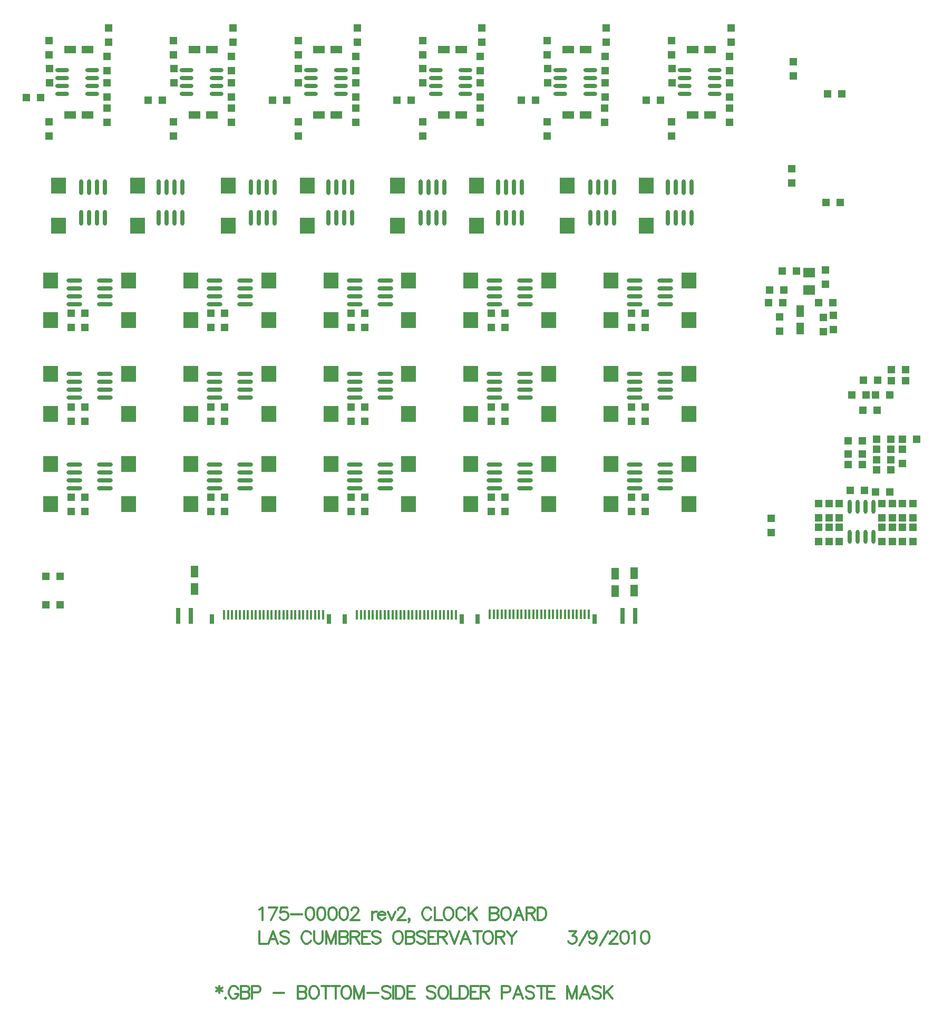
<source format=gbp>
%FSLAX23Y23*%
%MOIN*%
G70*
G01*
G75*
G04 Layer_Color=128*
%ADD10R,0.050X0.050*%
%ADD11R,0.036X0.036*%
%ADD12R,0.028X0.036*%
%ADD13R,0.036X0.036*%
%ADD14R,0.087X0.024*%
%ADD15O,0.008X0.033*%
%ADD16O,0.033X0.008*%
%ADD17O,0.024X0.087*%
%ADD18R,0.135X0.070*%
%ADD19R,0.070X0.135*%
%ADD20R,0.045X0.017*%
%ADD21R,0.060X0.086*%
%ADD22R,0.035X0.037*%
%ADD23R,0.035X0.037*%
%ADD24R,0.050X0.050*%
%ADD25O,0.098X0.028*%
%ADD26R,0.138X0.085*%
%ADD27R,0.043X0.085*%
%ADD28R,0.043X0.085*%
%ADD29O,0.061X0.010*%
%ADD30O,0.010X0.061*%
%ADD31R,0.100X0.100*%
%ADD32R,0.048X0.078*%
%ADD33R,0.085X0.138*%
%ADD34R,0.085X0.043*%
%ADD35R,0.085X0.043*%
%ADD36R,0.030X0.100*%
%ADD37R,0.014X0.060*%
%ADD38R,0.031X0.060*%
%ADD39R,0.228X0.228*%
%ADD40C,0.040*%
%ADD41C,0.010*%
%ADD42C,0.005*%
%ADD43C,0.007*%
%ADD44C,0.020*%
%ADD45C,0.012*%
%ADD46R,1.181X0.787*%
%ADD47C,0.012*%
%ADD48C,0.012*%
%ADD49R,0.059X0.059*%
%ADD50C,0.059*%
%ADD51C,0.020*%
%ADD52C,0.026*%
%ADD53C,0.050*%
%ADD54C,0.236*%
%ADD55C,0.024*%
%ADD56C,0.040*%
%ADD57C,0.055*%
%ADD58C,0.030*%
%ADD59C,0.033*%
G04:AMPARAMS|DCode=60|XSize=70mil|YSize=70mil|CornerRadius=0mil|HoleSize=0mil|Usage=FLASHONLY|Rotation=0.000|XOffset=0mil|YOffset=0mil|HoleType=Round|Shape=Relief|Width=10mil|Gap=10mil|Entries=4|*
%AMTHD60*
7,0,0,0.070,0.050,0.010,45*
%
%ADD60THD60*%
G04:AMPARAMS|DCode=61|XSize=95.433mil|YSize=95.433mil|CornerRadius=0mil|HoleSize=0mil|Usage=FLASHONLY|Rotation=0.000|XOffset=0mil|YOffset=0mil|HoleType=Round|Shape=Relief|Width=10mil|Gap=10mil|Entries=4|*
%AMTHD61*
7,0,0,0.095,0.075,0.010,45*
%
%ADD61THD61*%
%ADD62C,0.045*%
%ADD63R,0.075X0.063*%
%ADD64R,0.094X0.102*%
%ADD65O,0.028X0.098*%
%ADD66R,0.078X0.048*%
%ADD67O,0.087X0.024*%
%ADD68R,1.181X0.787*%
%ADD69C,0.010*%
%ADD70C,0.008*%
%ADD71C,0.010*%
%ADD72C,0.008*%
%ADD73C,0.024*%
%ADD74C,0.006*%
%ADD75R,0.240X0.165*%
%ADD76R,1.181X0.787*%
%ADD77R,0.054X0.054*%
%ADD78R,0.040X0.040*%
%ADD79R,0.032X0.040*%
%ADD80R,0.040X0.040*%
%ADD81R,0.091X0.028*%
%ADD82O,0.012X0.037*%
%ADD83O,0.037X0.012*%
%ADD84O,0.028X0.091*%
%ADD85R,0.139X0.074*%
%ADD86R,0.074X0.139*%
%ADD87R,0.049X0.021*%
%ADD88R,0.064X0.090*%
%ADD89R,0.039X0.041*%
%ADD90R,0.039X0.041*%
%ADD91R,0.054X0.054*%
%ADD92O,0.102X0.032*%
%ADD93R,0.142X0.089*%
%ADD94R,0.047X0.089*%
%ADD95R,0.047X0.089*%
%ADD96O,0.065X0.014*%
%ADD97O,0.014X0.065*%
%ADD98R,0.104X0.104*%
%ADD99R,0.052X0.082*%
%ADD100R,0.089X0.142*%
%ADD101R,0.089X0.047*%
%ADD102R,0.089X0.047*%
%ADD103R,0.232X0.232*%
%ADD104C,0.120*%
%ADD105C,0.080*%
%ADD106R,0.063X0.063*%
%ADD107C,0.063*%
%ADD108C,0.030*%
%ADD109C,0.054*%
%ADD110C,0.240*%
%ADD111C,0.028*%
%ADD112R,0.079X0.067*%
%ADD113R,0.098X0.106*%
%ADD114O,0.032X0.102*%
%ADD115R,0.082X0.052*%
%ADD116O,0.091X0.028*%
D10*
X27031Y17280D02*
D03*
X26941D02*
D03*
X26627Y19094D02*
D03*
X26537D02*
D03*
X26618Y18407D02*
D03*
X26528D02*
D03*
X26251Y17975D02*
D03*
X26341D02*
D03*
X26166Y17775D02*
D03*
X26256D02*
D03*
X26571Y17775D02*
D03*
X26481D02*
D03*
X26171Y17855D02*
D03*
X26261D02*
D03*
X27013Y16912D02*
D03*
X27103D02*
D03*
X26758Y16752D02*
D03*
X26668D02*
D03*
X26758Y16817D02*
D03*
X26668D02*
D03*
X21595Y16045D02*
D03*
X21685D02*
D03*
X21685Y15865D02*
D03*
X21595D02*
D03*
X26668Y16902D02*
D03*
X26758D02*
D03*
X26848Y16717D02*
D03*
X26938D02*
D03*
X26938Y16782D02*
D03*
X26848D02*
D03*
X26938Y16847D02*
D03*
X26848D02*
D03*
X26938Y16912D02*
D03*
X26848D02*
D03*
X26940Y17350D02*
D03*
X27030D02*
D03*
X26780Y17190D02*
D03*
X26690D02*
D03*
X26840Y17190D02*
D03*
X26930D02*
D03*
X26760Y17095D02*
D03*
X26850D02*
D03*
X26765Y17285D02*
D03*
X26855D02*
D03*
X25391Y19056D02*
D03*
X25481D02*
D03*
X21562Y19072D02*
D03*
X21472D02*
D03*
X22331Y19056D02*
D03*
X22241D02*
D03*
X23119D02*
D03*
X23029D02*
D03*
X23906D02*
D03*
X23816D02*
D03*
X24693D02*
D03*
X24603D02*
D03*
X26841Y16577D02*
D03*
X26931D02*
D03*
X26770Y16588D02*
D03*
X26680D02*
D03*
D17*
X26678Y16484D02*
D03*
X26728D02*
D03*
X26778D02*
D03*
X26828D02*
D03*
X26678Y16295D02*
D03*
X26728D02*
D03*
X26778D02*
D03*
X26828D02*
D03*
D24*
X26322Y19209D02*
D03*
Y19299D02*
D03*
X26313Y18532D02*
D03*
Y18622D02*
D03*
X27013Y16757D02*
D03*
Y16847D02*
D03*
X26526Y17980D02*
D03*
Y17890D02*
D03*
X26576Y17695D02*
D03*
Y17605D02*
D03*
X26511Y17590D02*
D03*
Y17680D02*
D03*
X26236Y17595D02*
D03*
Y17685D02*
D03*
X26180Y16410D02*
D03*
Y16320D02*
D03*
X26483Y16504D02*
D03*
Y16414D02*
D03*
X26948Y16264D02*
D03*
Y16354D02*
D03*
X27078Y16264D02*
D03*
Y16354D02*
D03*
X26883Y16354D02*
D03*
Y16264D02*
D03*
X27078Y16414D02*
D03*
Y16504D02*
D03*
X27013Y16504D02*
D03*
Y16414D02*
D03*
X26948Y16414D02*
D03*
Y16504D02*
D03*
X26883D02*
D03*
Y16414D02*
D03*
X22726Y17617D02*
D03*
Y17707D02*
D03*
X22639D02*
D03*
Y17617D02*
D03*
X25384D02*
D03*
Y17707D02*
D03*
X25297D02*
D03*
Y17617D02*
D03*
X23525Y17116D02*
D03*
Y17026D02*
D03*
X23612D02*
D03*
Y17116D02*
D03*
X22639Y17116D02*
D03*
Y17026D02*
D03*
X22726D02*
D03*
Y17116D02*
D03*
X24411Y16546D02*
D03*
Y16456D02*
D03*
X24498D02*
D03*
Y16546D02*
D03*
X23525D02*
D03*
Y16456D02*
D03*
X23612D02*
D03*
Y16546D02*
D03*
X25918Y19243D02*
D03*
Y19333D02*
D03*
X25554Y19164D02*
D03*
Y19254D02*
D03*
X25553Y19341D02*
D03*
Y19431D02*
D03*
X25917Y19004D02*
D03*
Y18914D02*
D03*
X25918Y19165D02*
D03*
Y19075D02*
D03*
X25553Y18829D02*
D03*
Y18919D02*
D03*
X25927Y19510D02*
D03*
Y19420D02*
D03*
X21990D02*
D03*
Y19510D02*
D03*
X21617Y19164D02*
D03*
Y19254D02*
D03*
X21616Y18829D02*
D03*
Y18919D02*
D03*
X21981Y19165D02*
D03*
Y19075D02*
D03*
X21616Y19431D02*
D03*
Y19341D02*
D03*
X21980Y19004D02*
D03*
Y18914D02*
D03*
X21981Y19333D02*
D03*
Y19243D02*
D03*
X22777Y19420D02*
D03*
Y19510D02*
D03*
X22404Y19164D02*
D03*
Y19254D02*
D03*
X22403Y18829D02*
D03*
Y18919D02*
D03*
X22769Y19165D02*
D03*
Y19075D02*
D03*
X22403Y19431D02*
D03*
Y19341D02*
D03*
X22767Y19004D02*
D03*
Y18914D02*
D03*
X22769Y19333D02*
D03*
Y19243D02*
D03*
X23564Y19420D02*
D03*
Y19510D02*
D03*
X23192Y19164D02*
D03*
Y19254D02*
D03*
X23190Y18829D02*
D03*
Y18919D02*
D03*
X23556Y19165D02*
D03*
Y19075D02*
D03*
X23190Y19431D02*
D03*
Y19341D02*
D03*
X23555Y19004D02*
D03*
Y18914D02*
D03*
X23556Y19333D02*
D03*
Y19243D02*
D03*
X24352Y19420D02*
D03*
Y19510D02*
D03*
X23979Y19164D02*
D03*
Y19254D02*
D03*
X23978Y18829D02*
D03*
Y18919D02*
D03*
X24343Y19165D02*
D03*
Y19075D02*
D03*
X23978Y19431D02*
D03*
Y19341D02*
D03*
X24342Y19004D02*
D03*
Y18914D02*
D03*
X24343Y19333D02*
D03*
Y19243D02*
D03*
X25139Y19420D02*
D03*
Y19510D02*
D03*
X24767Y19164D02*
D03*
Y19254D02*
D03*
X24765Y18829D02*
D03*
Y18919D02*
D03*
X25131Y19165D02*
D03*
Y19075D02*
D03*
X24765Y19431D02*
D03*
Y19341D02*
D03*
X25129Y19004D02*
D03*
Y18914D02*
D03*
X25131Y19333D02*
D03*
Y19243D02*
D03*
X21840Y17707D02*
D03*
Y17617D02*
D03*
X21754D02*
D03*
Y17707D02*
D03*
X23612D02*
D03*
Y17617D02*
D03*
X23525D02*
D03*
Y17707D02*
D03*
X24498D02*
D03*
Y17617D02*
D03*
X24411D02*
D03*
Y17707D02*
D03*
X25297Y16456D02*
D03*
Y16546D02*
D03*
X25384D02*
D03*
Y16456D02*
D03*
X24411Y17026D02*
D03*
Y17116D02*
D03*
X24498D02*
D03*
Y17026D02*
D03*
X25297D02*
D03*
Y17116D02*
D03*
X25384D02*
D03*
Y17026D02*
D03*
X21754Y16456D02*
D03*
Y16546D02*
D03*
X21840D02*
D03*
Y16456D02*
D03*
X22639D02*
D03*
Y16546D02*
D03*
X22726D02*
D03*
Y16456D02*
D03*
X21754Y17026D02*
D03*
Y17116D02*
D03*
X21840D02*
D03*
Y17026D02*
D03*
X27013Y16264D02*
D03*
Y16354D02*
D03*
X26483Y16264D02*
D03*
Y16354D02*
D03*
X26548Y16414D02*
D03*
Y16504D02*
D03*
X26612Y16354D02*
D03*
Y16264D02*
D03*
X26612Y16414D02*
D03*
Y16504D02*
D03*
X26548Y16354D02*
D03*
Y16264D02*
D03*
D25*
X22661Y17764D02*
D03*
Y17814D02*
D03*
Y17864D02*
D03*
Y17914D02*
D03*
X22854Y17764D02*
D03*
Y17814D02*
D03*
Y17864D02*
D03*
Y17914D02*
D03*
X25319Y17764D02*
D03*
Y17814D02*
D03*
Y17864D02*
D03*
Y17914D02*
D03*
X25511Y17764D02*
D03*
Y17814D02*
D03*
Y17864D02*
D03*
Y17914D02*
D03*
X23547Y17174D02*
D03*
Y17224D02*
D03*
Y17274D02*
D03*
Y17324D02*
D03*
X23740Y17174D02*
D03*
Y17224D02*
D03*
Y17274D02*
D03*
Y17324D02*
D03*
X22661Y17174D02*
D03*
Y17224D02*
D03*
Y17274D02*
D03*
Y17324D02*
D03*
X22854Y17174D02*
D03*
Y17224D02*
D03*
Y17274D02*
D03*
Y17324D02*
D03*
X24433Y16603D02*
D03*
Y16653D02*
D03*
Y16703D02*
D03*
Y16753D02*
D03*
X24626Y16603D02*
D03*
Y16653D02*
D03*
Y16703D02*
D03*
Y16753D02*
D03*
X23547Y16603D02*
D03*
Y16653D02*
D03*
Y16703D02*
D03*
Y16753D02*
D03*
X23740Y16603D02*
D03*
Y16653D02*
D03*
Y16703D02*
D03*
Y16753D02*
D03*
X21968Y17914D02*
D03*
Y17864D02*
D03*
Y17814D02*
D03*
Y17764D02*
D03*
X21775Y17914D02*
D03*
Y17864D02*
D03*
Y17814D02*
D03*
Y17764D02*
D03*
X23740Y17914D02*
D03*
Y17864D02*
D03*
Y17814D02*
D03*
Y17764D02*
D03*
X23547Y17914D02*
D03*
Y17864D02*
D03*
Y17814D02*
D03*
Y17764D02*
D03*
X24626Y17914D02*
D03*
Y17864D02*
D03*
Y17814D02*
D03*
Y17764D02*
D03*
X24433Y17914D02*
D03*
Y17864D02*
D03*
Y17814D02*
D03*
Y17764D02*
D03*
X25511Y16753D02*
D03*
Y16703D02*
D03*
Y16653D02*
D03*
Y16603D02*
D03*
X25319Y16753D02*
D03*
Y16703D02*
D03*
Y16653D02*
D03*
Y16603D02*
D03*
X24626Y17324D02*
D03*
Y17274D02*
D03*
Y17224D02*
D03*
Y17174D02*
D03*
X24433Y17324D02*
D03*
Y17274D02*
D03*
Y17224D02*
D03*
Y17174D02*
D03*
X25511Y17324D02*
D03*
Y17274D02*
D03*
Y17224D02*
D03*
Y17174D02*
D03*
X25319Y17324D02*
D03*
Y17274D02*
D03*
Y17224D02*
D03*
Y17174D02*
D03*
X21968Y16753D02*
D03*
Y16703D02*
D03*
Y16653D02*
D03*
Y16603D02*
D03*
X21775Y16753D02*
D03*
Y16703D02*
D03*
Y16653D02*
D03*
Y16603D02*
D03*
X22854Y16753D02*
D03*
Y16703D02*
D03*
Y16653D02*
D03*
Y16603D02*
D03*
X22661Y16753D02*
D03*
Y16703D02*
D03*
Y16653D02*
D03*
Y16603D02*
D03*
X21968Y17324D02*
D03*
Y17274D02*
D03*
Y17224D02*
D03*
Y17174D02*
D03*
X21775Y17324D02*
D03*
Y17274D02*
D03*
Y17224D02*
D03*
Y17174D02*
D03*
D32*
X26366Y17720D02*
D03*
Y17610D02*
D03*
X22536Y15965D02*
D03*
Y16075D02*
D03*
X25196Y16060D02*
D03*
Y15950D02*
D03*
X25316Y16065D02*
D03*
Y15955D02*
D03*
D36*
X25320Y15794D02*
D03*
X25241D02*
D03*
X22510Y15794D02*
D03*
X22431D02*
D03*
D37*
X23347Y15803D02*
D03*
X22722D02*
D03*
X25028Y15804D02*
D03*
X25003D02*
D03*
X24978D02*
D03*
X24953D02*
D03*
X24928D02*
D03*
X24903D02*
D03*
X24878D02*
D03*
X24853D02*
D03*
X24828D02*
D03*
X24803D02*
D03*
X24778D02*
D03*
X24753D02*
D03*
X24728D02*
D03*
X24703D02*
D03*
X24678D02*
D03*
X24653D02*
D03*
X24628D02*
D03*
X24603D02*
D03*
X24578D02*
D03*
X24553D02*
D03*
X24528D02*
D03*
X24503D02*
D03*
X24478D02*
D03*
X24453D02*
D03*
X24428D02*
D03*
X24403D02*
D03*
X24187Y15803D02*
D03*
X24162D02*
D03*
X24137D02*
D03*
X24112D02*
D03*
X24087D02*
D03*
X24062D02*
D03*
X24037D02*
D03*
X24012D02*
D03*
X23987D02*
D03*
X23962D02*
D03*
X23937D02*
D03*
X23912D02*
D03*
X23887D02*
D03*
X23862D02*
D03*
X23837D02*
D03*
X23812D02*
D03*
X23787D02*
D03*
X23762D02*
D03*
X23737D02*
D03*
X23712D02*
D03*
X23687D02*
D03*
X23662D02*
D03*
X23637D02*
D03*
X23612D02*
D03*
X23587D02*
D03*
X23562D02*
D03*
X23322D02*
D03*
X23297D02*
D03*
X23272D02*
D03*
X23247D02*
D03*
X23222D02*
D03*
X23197D02*
D03*
X23172D02*
D03*
X23147D02*
D03*
X23122D02*
D03*
X23097D02*
D03*
X23072D02*
D03*
X23047D02*
D03*
X23022D02*
D03*
X22997D02*
D03*
X22972D02*
D03*
X22947D02*
D03*
X22922D02*
D03*
X22897D02*
D03*
X22872D02*
D03*
X22847D02*
D03*
X22822D02*
D03*
X22797D02*
D03*
X22772D02*
D03*
X22747D02*
D03*
D38*
X25065Y15776D02*
D03*
X24325D02*
D03*
X24225D02*
D03*
X23485D02*
D03*
X23385D02*
D03*
X22645D02*
D03*
D47*
X22945Y13803D02*
Y13723D01*
X22991D01*
X23061D02*
X23030Y13803D01*
X23000Y13723D01*
X23011Y13750D02*
X23049D01*
X23133Y13792D02*
X23125Y13799D01*
X23114Y13803D01*
X23098D01*
X23087Y13799D01*
X23079Y13792D01*
Y13784D01*
X23083Y13776D01*
X23087Y13773D01*
X23095Y13769D01*
X23117Y13761D01*
X23125Y13757D01*
X23129Y13754D01*
X23133Y13746D01*
Y13735D01*
X23125Y13727D01*
X23114Y13723D01*
X23098D01*
X23087Y13727D01*
X23079Y13735D01*
X23271Y13784D02*
X23267Y13792D01*
X23259Y13799D01*
X23252Y13803D01*
X23236D01*
X23229Y13799D01*
X23221Y13792D01*
X23217Y13784D01*
X23213Y13773D01*
Y13754D01*
X23217Y13742D01*
X23221Y13735D01*
X23229Y13727D01*
X23236Y13723D01*
X23252D01*
X23259Y13727D01*
X23267Y13735D01*
X23271Y13742D01*
X23293Y13803D02*
Y13746D01*
X23297Y13735D01*
X23304Y13727D01*
X23316Y13723D01*
X23324D01*
X23335Y13727D01*
X23343Y13735D01*
X23346Y13746D01*
Y13803D01*
X23368D02*
Y13723D01*
Y13803D02*
X23399Y13723D01*
X23429Y13803D02*
X23399Y13723D01*
X23429Y13803D02*
Y13723D01*
X23452Y13803D02*
Y13723D01*
Y13803D02*
X23487D01*
X23498Y13799D01*
X23502Y13795D01*
X23506Y13788D01*
Y13780D01*
X23502Y13773D01*
X23498Y13769D01*
X23487Y13765D01*
X23452D02*
X23487D01*
X23498Y13761D01*
X23502Y13757D01*
X23506Y13750D01*
Y13738D01*
X23502Y13731D01*
X23498Y13727D01*
X23487Y13723D01*
X23452D01*
X23523Y13803D02*
Y13723D01*
Y13803D02*
X23558D01*
X23569Y13799D01*
X23573Y13795D01*
X23577Y13788D01*
Y13780D01*
X23573Y13773D01*
X23569Y13769D01*
X23558Y13765D01*
X23523D01*
X23550D02*
X23577Y13723D01*
X23644Y13803D02*
X23595D01*
Y13723D01*
X23644D01*
X23595Y13765D02*
X23625D01*
X23711Y13792D02*
X23703Y13799D01*
X23692Y13803D01*
X23677D01*
X23665Y13799D01*
X23658Y13792D01*
Y13784D01*
X23661Y13776D01*
X23665Y13773D01*
X23673Y13769D01*
X23696Y13761D01*
X23703Y13757D01*
X23707Y13754D01*
X23711Y13746D01*
Y13735D01*
X23703Y13727D01*
X23692Y13723D01*
X23677D01*
X23665Y13727D01*
X23658Y13735D01*
X23814Y13803D02*
X23807Y13799D01*
X23799Y13792D01*
X23795Y13784D01*
X23792Y13773D01*
Y13754D01*
X23795Y13742D01*
X23799Y13735D01*
X23807Y13727D01*
X23814Y13723D01*
X23830D01*
X23837Y13727D01*
X23845Y13735D01*
X23849Y13742D01*
X23853Y13754D01*
Y13773D01*
X23849Y13784D01*
X23845Y13792D01*
X23837Y13799D01*
X23830Y13803D01*
X23814D01*
X23871D02*
Y13723D01*
Y13803D02*
X23905D01*
X23917Y13799D01*
X23921Y13795D01*
X23925Y13788D01*
Y13780D01*
X23921Y13773D01*
X23917Y13769D01*
X23905Y13765D01*
X23871D02*
X23905D01*
X23917Y13761D01*
X23921Y13757D01*
X23925Y13750D01*
Y13738D01*
X23921Y13731D01*
X23917Y13727D01*
X23905Y13723D01*
X23871D01*
X23996Y13792D02*
X23988Y13799D01*
X23977Y13803D01*
X23961D01*
X23950Y13799D01*
X23942Y13792D01*
Y13784D01*
X23946Y13776D01*
X23950Y13773D01*
X23958Y13769D01*
X23981Y13761D01*
X23988Y13757D01*
X23992Y13754D01*
X23996Y13746D01*
Y13735D01*
X23988Y13727D01*
X23977Y13723D01*
X23961D01*
X23950Y13727D01*
X23942Y13735D01*
X24063Y13803D02*
X24014D01*
Y13723D01*
X24063D01*
X24014Y13765D02*
X24044D01*
X24076Y13803D02*
Y13723D01*
Y13803D02*
X24111D01*
X24122Y13799D01*
X24126Y13795D01*
X24130Y13788D01*
Y13780D01*
X24126Y13773D01*
X24122Y13769D01*
X24111Y13765D01*
X24076D01*
X24103D02*
X24130Y13723D01*
X24148Y13803D02*
X24178Y13723D01*
X24209Y13803D02*
X24178Y13723D01*
X24280D02*
X24249Y13803D01*
X24219Y13723D01*
X24230Y13750D02*
X24268D01*
X24325Y13803D02*
Y13723D01*
X24299Y13803D02*
X24352D01*
X24384D02*
X24377Y13799D01*
X24369Y13792D01*
X24365Y13784D01*
X24361Y13773D01*
Y13754D01*
X24365Y13742D01*
X24369Y13735D01*
X24377Y13727D01*
X24384Y13723D01*
X24399D01*
X24407Y13727D01*
X24415Y13735D01*
X24419Y13742D01*
X24422Y13754D01*
Y13773D01*
X24419Y13784D01*
X24415Y13792D01*
X24407Y13799D01*
X24399Y13803D01*
X24384D01*
X24441D02*
Y13723D01*
Y13803D02*
X24475D01*
X24487Y13799D01*
X24490Y13795D01*
X24494Y13788D01*
Y13780D01*
X24490Y13773D01*
X24487Y13769D01*
X24475Y13765D01*
X24441D01*
X24468D02*
X24494Y13723D01*
X24512Y13803D02*
X24543Y13765D01*
Y13723D01*
X24573Y13803D02*
X24543Y13765D01*
X24905Y13803D02*
X24947D01*
X24924Y13773D01*
X24936D01*
X24943Y13769D01*
X24947Y13765D01*
X24951Y13754D01*
Y13746D01*
X24947Y13735D01*
X24940Y13727D01*
X24928Y13723D01*
X24917D01*
X24905Y13727D01*
X24901Y13731D01*
X24898Y13738D01*
X24969Y13712D02*
X25022Y13803D01*
X25077Y13776D02*
X25073Y13765D01*
X25066Y13757D01*
X25054Y13754D01*
X25050D01*
X25039Y13757D01*
X25031Y13765D01*
X25028Y13776D01*
Y13780D01*
X25031Y13792D01*
X25039Y13799D01*
X25050Y13803D01*
X25054D01*
X25066Y13799D01*
X25073Y13792D01*
X25077Y13776D01*
Y13757D01*
X25073Y13738D01*
X25066Y13727D01*
X25054Y13723D01*
X25047D01*
X25035Y13727D01*
X25031Y13735D01*
X25099Y13712D02*
X25152Y13803D01*
X25161Y13784D02*
Y13788D01*
X25165Y13795D01*
X25169Y13799D01*
X25176Y13803D01*
X25192D01*
X25199Y13799D01*
X25203Y13795D01*
X25207Y13788D01*
Y13780D01*
X25203Y13773D01*
X25195Y13761D01*
X25157Y13723D01*
X25211D01*
X25251Y13803D02*
X25240Y13799D01*
X25232Y13788D01*
X25229Y13769D01*
Y13757D01*
X25232Y13738D01*
X25240Y13727D01*
X25251Y13723D01*
X25259D01*
X25271Y13727D01*
X25278Y13738D01*
X25282Y13757D01*
Y13769D01*
X25278Y13788D01*
X25271Y13799D01*
X25259Y13803D01*
X25251D01*
X25300Y13788D02*
X25307Y13792D01*
X25319Y13803D01*
Y13723D01*
X25381Y13803D02*
X25370Y13799D01*
X25362Y13788D01*
X25358Y13769D01*
Y13757D01*
X25362Y13738D01*
X25370Y13727D01*
X25381Y13723D01*
X25389D01*
X25400Y13727D01*
X25408Y13738D01*
X25412Y13757D01*
Y13769D01*
X25408Y13788D01*
X25400Y13799D01*
X25389Y13803D01*
X25381D01*
D48*
X22692Y13455D02*
Y13410D01*
X22673Y13444D02*
X22711Y13421D01*
Y13444D02*
X22673Y13421D01*
X22732Y13383D02*
X22728Y13379D01*
X22732Y13375D01*
X22735Y13379D01*
X22732Y13383D01*
X22810Y13436D02*
X22806Y13444D01*
X22799Y13452D01*
X22791Y13455D01*
X22776D01*
X22768Y13452D01*
X22760Y13444D01*
X22757Y13436D01*
X22753Y13425D01*
Y13406D01*
X22757Y13395D01*
X22760Y13387D01*
X22768Y13379D01*
X22776Y13375D01*
X22791D01*
X22799Y13379D01*
X22806Y13387D01*
X22810Y13395D01*
Y13406D01*
X22791D02*
X22810D01*
X22828Y13455D02*
Y13375D01*
Y13455D02*
X22863D01*
X22874Y13452D01*
X22878Y13448D01*
X22882Y13440D01*
Y13433D01*
X22878Y13425D01*
X22874Y13421D01*
X22863Y13417D01*
X22828D02*
X22863D01*
X22874Y13414D01*
X22878Y13410D01*
X22882Y13402D01*
Y13391D01*
X22878Y13383D01*
X22874Y13379D01*
X22863Y13375D01*
X22828D01*
X22899Y13414D02*
X22934D01*
X22945Y13417D01*
X22949Y13421D01*
X22953Y13429D01*
Y13440D01*
X22949Y13448D01*
X22945Y13452D01*
X22934Y13455D01*
X22899D01*
Y13375D01*
X23034Y13410D02*
X23102D01*
X23189Y13455D02*
Y13375D01*
Y13455D02*
X23223D01*
X23234Y13452D01*
X23238Y13448D01*
X23242Y13440D01*
Y13433D01*
X23238Y13425D01*
X23234Y13421D01*
X23223Y13417D01*
X23189D02*
X23223D01*
X23234Y13414D01*
X23238Y13410D01*
X23242Y13402D01*
Y13391D01*
X23238Y13383D01*
X23234Y13379D01*
X23223Y13375D01*
X23189D01*
X23283Y13455D02*
X23275Y13452D01*
X23267Y13444D01*
X23264Y13436D01*
X23260Y13425D01*
Y13406D01*
X23264Y13395D01*
X23267Y13387D01*
X23275Y13379D01*
X23283Y13375D01*
X23298D01*
X23306Y13379D01*
X23313Y13387D01*
X23317Y13395D01*
X23321Y13406D01*
Y13425D01*
X23317Y13436D01*
X23313Y13444D01*
X23306Y13452D01*
X23298Y13455D01*
X23283D01*
X23366D02*
Y13375D01*
X23339Y13455D02*
X23393D01*
X23429D02*
Y13375D01*
X23402Y13455D02*
X23456D01*
X23488D02*
X23480Y13452D01*
X23473Y13444D01*
X23469Y13436D01*
X23465Y13425D01*
Y13406D01*
X23469Y13395D01*
X23473Y13387D01*
X23480Y13379D01*
X23488Y13375D01*
X23503D01*
X23511Y13379D01*
X23518Y13387D01*
X23522Y13395D01*
X23526Y13406D01*
Y13425D01*
X23522Y13436D01*
X23518Y13444D01*
X23511Y13452D01*
X23503Y13455D01*
X23488D01*
X23545D02*
Y13375D01*
Y13455D02*
X23575Y13375D01*
X23606Y13455D02*
X23575Y13375D01*
X23606Y13455D02*
Y13375D01*
X23628Y13410D02*
X23697D01*
X23774Y13444D02*
X23766Y13452D01*
X23755Y13455D01*
X23740D01*
X23728Y13452D01*
X23721Y13444D01*
Y13436D01*
X23724Y13429D01*
X23728Y13425D01*
X23736Y13421D01*
X23759Y13414D01*
X23766Y13410D01*
X23770Y13406D01*
X23774Y13398D01*
Y13387D01*
X23766Y13379D01*
X23755Y13375D01*
X23740D01*
X23728Y13379D01*
X23721Y13387D01*
X23792Y13455D02*
Y13375D01*
X23809Y13455D02*
Y13375D01*
Y13455D02*
X23835D01*
X23847Y13452D01*
X23854Y13444D01*
X23858Y13436D01*
X23862Y13425D01*
Y13406D01*
X23858Y13395D01*
X23854Y13387D01*
X23847Y13379D01*
X23835Y13375D01*
X23809D01*
X23929Y13455D02*
X23880D01*
Y13375D01*
X23929D01*
X23880Y13417D02*
X23910D01*
X24059Y13444D02*
X24051Y13452D01*
X24040Y13455D01*
X24025D01*
X24013Y13452D01*
X24006Y13444D01*
Y13436D01*
X24009Y13429D01*
X24013Y13425D01*
X24021Y13421D01*
X24044Y13414D01*
X24051Y13410D01*
X24055Y13406D01*
X24059Y13398D01*
Y13387D01*
X24051Y13379D01*
X24040Y13375D01*
X24025D01*
X24013Y13379D01*
X24006Y13387D01*
X24100Y13455D02*
X24092Y13452D01*
X24084Y13444D01*
X24081Y13436D01*
X24077Y13425D01*
Y13406D01*
X24081Y13395D01*
X24084Y13387D01*
X24092Y13379D01*
X24100Y13375D01*
X24115D01*
X24122Y13379D01*
X24130Y13387D01*
X24134Y13395D01*
X24138Y13406D01*
Y13425D01*
X24134Y13436D01*
X24130Y13444D01*
X24122Y13452D01*
X24115Y13455D01*
X24100D01*
X24156D02*
Y13375D01*
X24202D01*
X24211Y13455D02*
Y13375D01*
Y13455D02*
X24237D01*
X24249Y13452D01*
X24257Y13444D01*
X24260Y13436D01*
X24264Y13425D01*
Y13406D01*
X24260Y13395D01*
X24257Y13387D01*
X24249Y13379D01*
X24237Y13375D01*
X24211D01*
X24332Y13455D02*
X24282D01*
Y13375D01*
X24332D01*
X24282Y13417D02*
X24313D01*
X24345Y13455D02*
Y13375D01*
Y13455D02*
X24379D01*
X24391Y13452D01*
X24394Y13448D01*
X24398Y13440D01*
Y13433D01*
X24394Y13425D01*
X24391Y13421D01*
X24379Y13417D01*
X24345D01*
X24372D02*
X24398Y13375D01*
X24479Y13414D02*
X24513D01*
X24525Y13417D01*
X24528Y13421D01*
X24532Y13429D01*
Y13440D01*
X24528Y13448D01*
X24525Y13452D01*
X24513Y13455D01*
X24479D01*
Y13375D01*
X24611D02*
X24581Y13455D01*
X24550Y13375D01*
X24562Y13402D02*
X24600D01*
X24683Y13444D02*
X24675Y13452D01*
X24664Y13455D01*
X24649D01*
X24637Y13452D01*
X24630Y13444D01*
Y13436D01*
X24634Y13429D01*
X24637Y13425D01*
X24645Y13421D01*
X24668Y13414D01*
X24675Y13410D01*
X24679Y13406D01*
X24683Y13398D01*
Y13387D01*
X24675Y13379D01*
X24664Y13375D01*
X24649D01*
X24637Y13379D01*
X24630Y13387D01*
X24728Y13455D02*
Y13375D01*
X24701Y13455D02*
X24754D01*
X24813D02*
X24764D01*
Y13375D01*
X24813D01*
X24764Y13417D02*
X24794D01*
X24890Y13455D02*
Y13375D01*
Y13455D02*
X24920Y13375D01*
X24950Y13455D02*
X24920Y13375D01*
X24950Y13455D02*
Y13375D01*
X25034D02*
X25004Y13455D01*
X24973Y13375D01*
X24985Y13402D02*
X25023D01*
X25106Y13444D02*
X25099Y13452D01*
X25087Y13455D01*
X25072D01*
X25061Y13452D01*
X25053Y13444D01*
Y13436D01*
X25057Y13429D01*
X25061Y13425D01*
X25068Y13421D01*
X25091Y13414D01*
X25099Y13410D01*
X25102Y13406D01*
X25106Y13398D01*
Y13387D01*
X25099Y13379D01*
X25087Y13375D01*
X25072D01*
X25061Y13379D01*
X25053Y13387D01*
X25124Y13455D02*
Y13375D01*
X25177Y13455D02*
X25124Y13402D01*
X25143Y13421D02*
X25177Y13375D01*
X22945Y13938D02*
X22953Y13942D01*
X22964Y13953D01*
Y13873D01*
X23057Y13953D02*
X23019Y13873D01*
X23004Y13953D02*
X23057D01*
X23121D02*
X23083D01*
X23079Y13919D01*
X23083Y13923D01*
X23094Y13926D01*
X23106D01*
X23117Y13923D01*
X23125Y13915D01*
X23128Y13904D01*
Y13896D01*
X23125Y13885D01*
X23117Y13877D01*
X23106Y13873D01*
X23094D01*
X23083Y13877D01*
X23079Y13881D01*
X23075Y13888D01*
X23146Y13907D02*
X23215D01*
X23261Y13953D02*
X23250Y13949D01*
X23242Y13938D01*
X23239Y13919D01*
Y13907D01*
X23242Y13888D01*
X23250Y13877D01*
X23261Y13873D01*
X23269D01*
X23280Y13877D01*
X23288Y13888D01*
X23292Y13907D01*
Y13919D01*
X23288Y13938D01*
X23280Y13949D01*
X23269Y13953D01*
X23261D01*
X23333D02*
X23321Y13949D01*
X23314Y13938D01*
X23310Y13919D01*
Y13907D01*
X23314Y13888D01*
X23321Y13877D01*
X23333Y13873D01*
X23340D01*
X23352Y13877D01*
X23359Y13888D01*
X23363Y13907D01*
Y13919D01*
X23359Y13938D01*
X23352Y13949D01*
X23340Y13953D01*
X23333D01*
X23404D02*
X23392Y13949D01*
X23385Y13938D01*
X23381Y13919D01*
Y13907D01*
X23385Y13888D01*
X23392Y13877D01*
X23404Y13873D01*
X23411D01*
X23423Y13877D01*
X23431Y13888D01*
X23434Y13907D01*
Y13919D01*
X23431Y13938D01*
X23423Y13949D01*
X23411Y13953D01*
X23404D01*
X23475D02*
X23464Y13949D01*
X23456Y13938D01*
X23452Y13919D01*
Y13907D01*
X23456Y13888D01*
X23464Y13877D01*
X23475Y13873D01*
X23483D01*
X23494Y13877D01*
X23502Y13888D01*
X23506Y13907D01*
Y13919D01*
X23502Y13938D01*
X23494Y13949D01*
X23483Y13953D01*
X23475D01*
X23527Y13934D02*
Y13938D01*
X23531Y13945D01*
X23535Y13949D01*
X23543Y13953D01*
X23558D01*
X23565Y13949D01*
X23569Y13945D01*
X23573Y13938D01*
Y13930D01*
X23569Y13923D01*
X23562Y13911D01*
X23523Y13873D01*
X23577D01*
X23658Y13926D02*
Y13873D01*
Y13904D02*
X23661Y13915D01*
X23669Y13923D01*
X23677Y13926D01*
X23688D01*
X23695Y13904D02*
X23741D01*
Y13911D01*
X23737Y13919D01*
X23733Y13923D01*
X23726Y13926D01*
X23714D01*
X23707Y13923D01*
X23699Y13915D01*
X23695Y13904D01*
Y13896D01*
X23699Y13885D01*
X23707Y13877D01*
X23714Y13873D01*
X23726D01*
X23733Y13877D01*
X23741Y13885D01*
X23758Y13926D02*
X23781Y13873D01*
X23804Y13926D02*
X23781Y13873D01*
X23821Y13934D02*
Y13938D01*
X23824Y13945D01*
X23828Y13949D01*
X23836Y13953D01*
X23851D01*
X23859Y13949D01*
X23862Y13945D01*
X23866Y13938D01*
Y13930D01*
X23862Y13923D01*
X23855Y13911D01*
X23817Y13873D01*
X23870D01*
X23896Y13877D02*
X23892Y13873D01*
X23888Y13877D01*
X23892Y13881D01*
X23896Y13877D01*
Y13869D01*
X23892Y13862D01*
X23888Y13858D01*
X24033Y13934D02*
X24029Y13942D01*
X24022Y13949D01*
X24014Y13953D01*
X23999D01*
X23991Y13949D01*
X23984Y13942D01*
X23980Y13934D01*
X23976Y13923D01*
Y13904D01*
X23980Y13892D01*
X23984Y13885D01*
X23991Y13877D01*
X23999Y13873D01*
X24014D01*
X24022Y13877D01*
X24029Y13885D01*
X24033Y13892D01*
X24056Y13953D02*
Y13873D01*
X24101D01*
X24133Y13953D02*
X24125Y13949D01*
X24118Y13942D01*
X24114Y13934D01*
X24110Y13923D01*
Y13904D01*
X24114Y13892D01*
X24118Y13885D01*
X24125Y13877D01*
X24133Y13873D01*
X24148D01*
X24156Y13877D01*
X24163Y13885D01*
X24167Y13892D01*
X24171Y13904D01*
Y13923D01*
X24167Y13934D01*
X24163Y13942D01*
X24156Y13949D01*
X24148Y13953D01*
X24133D01*
X24247Y13934D02*
X24243Y13942D01*
X24235Y13949D01*
X24228Y13953D01*
X24212D01*
X24205Y13949D01*
X24197Y13942D01*
X24193Y13934D01*
X24190Y13923D01*
Y13904D01*
X24193Y13892D01*
X24197Y13885D01*
X24205Y13877D01*
X24212Y13873D01*
X24228D01*
X24235Y13877D01*
X24243Y13885D01*
X24247Y13892D01*
X24269Y13953D02*
Y13873D01*
X24323Y13953D02*
X24269Y13900D01*
X24288Y13919D02*
X24323Y13873D01*
X24403Y13953D02*
Y13873D01*
Y13953D02*
X24438D01*
X24449Y13949D01*
X24453Y13945D01*
X24457Y13938D01*
Y13930D01*
X24453Y13923D01*
X24449Y13919D01*
X24438Y13915D01*
X24403D02*
X24438D01*
X24449Y13911D01*
X24453Y13907D01*
X24457Y13900D01*
Y13888D01*
X24453Y13881D01*
X24449Y13877D01*
X24438Y13873D01*
X24403D01*
X24497Y13953D02*
X24490Y13949D01*
X24482Y13942D01*
X24478Y13934D01*
X24474Y13923D01*
Y13904D01*
X24478Y13892D01*
X24482Y13885D01*
X24490Y13877D01*
X24497Y13873D01*
X24513D01*
X24520Y13877D01*
X24528Y13885D01*
X24532Y13892D01*
X24535Y13904D01*
Y13923D01*
X24532Y13934D01*
X24528Y13942D01*
X24520Y13949D01*
X24513Y13953D01*
X24497D01*
X24615Y13873D02*
X24585Y13953D01*
X24554Y13873D01*
X24566Y13900D02*
X24604D01*
X24634Y13953D02*
Y13873D01*
Y13953D02*
X24668D01*
X24679Y13949D01*
X24683Y13945D01*
X24687Y13938D01*
Y13930D01*
X24683Y13923D01*
X24679Y13919D01*
X24668Y13915D01*
X24634D01*
X24660D02*
X24687Y13873D01*
X24705Y13953D02*
Y13873D01*
Y13953D02*
X24732D01*
X24743Y13949D01*
X24751Y13942D01*
X24754Y13934D01*
X24758Y13923D01*
Y13904D01*
X24754Y13892D01*
X24751Y13885D01*
X24743Y13877D01*
X24732Y13873D01*
X24705D01*
D63*
X26421Y17965D02*
D03*
Y17855D02*
D03*
D64*
X22174Y18262D02*
D03*
Y18514D02*
D03*
X21674Y18262D02*
D03*
Y18514D02*
D03*
X24319Y18262D02*
D03*
Y18514D02*
D03*
X23819Y18262D02*
D03*
Y18514D02*
D03*
X25392Y18262D02*
D03*
Y18514D02*
D03*
X24892Y18262D02*
D03*
Y18514D02*
D03*
X22747Y18262D02*
D03*
Y18514D02*
D03*
X23247Y18262D02*
D03*
Y18514D02*
D03*
X22511Y17664D02*
D03*
Y17916D02*
D03*
X23004D02*
D03*
Y17664D02*
D03*
X25169D02*
D03*
Y17916D02*
D03*
X25661D02*
D03*
Y17664D02*
D03*
X24283D02*
D03*
Y17916D02*
D03*
X23889Y17325D02*
D03*
Y17073D02*
D03*
X23397D02*
D03*
Y17325D02*
D03*
X23004Y17325D02*
D03*
Y17073D02*
D03*
X22511D02*
D03*
Y17325D02*
D03*
X24775Y16754D02*
D03*
Y16502D02*
D03*
X24283D02*
D03*
Y16754D02*
D03*
X23889D02*
D03*
Y16502D02*
D03*
X23397D02*
D03*
Y16754D02*
D03*
X21626Y17916D02*
D03*
Y17664D02*
D03*
X22118D02*
D03*
Y17916D02*
D03*
X23397D02*
D03*
Y17664D02*
D03*
X23889D02*
D03*
Y17916D02*
D03*
X24775Y17664D02*
D03*
Y17916D02*
D03*
X25661Y16502D02*
D03*
Y16754D02*
D03*
X25169D02*
D03*
Y16502D02*
D03*
X24775Y17073D02*
D03*
Y17325D02*
D03*
X24283D02*
D03*
Y17073D02*
D03*
X25661D02*
D03*
Y17325D02*
D03*
X25169D02*
D03*
Y17073D02*
D03*
X22118Y16502D02*
D03*
Y16754D02*
D03*
X21626D02*
D03*
Y16502D02*
D03*
X23004D02*
D03*
Y16754D02*
D03*
X22511D02*
D03*
Y16502D02*
D03*
X22118Y17073D02*
D03*
Y17325D02*
D03*
X21626D02*
D03*
Y17073D02*
D03*
D65*
X22309Y18504D02*
D03*
X22359D02*
D03*
X22409D02*
D03*
X22459D02*
D03*
X22309Y18311D02*
D03*
X22359D02*
D03*
X22409D02*
D03*
X22459D02*
D03*
X21819Y18504D02*
D03*
X21869D02*
D03*
X21919D02*
D03*
X21969D02*
D03*
X21819Y18311D02*
D03*
X21869D02*
D03*
X21919D02*
D03*
X21969D02*
D03*
X24454Y18504D02*
D03*
X24504D02*
D03*
X24554D02*
D03*
X24604D02*
D03*
X24454Y18311D02*
D03*
X24504D02*
D03*
X24554D02*
D03*
X24604D02*
D03*
X23964Y18504D02*
D03*
X24014D02*
D03*
X24064D02*
D03*
X24114D02*
D03*
X23964Y18311D02*
D03*
X24014D02*
D03*
X24064D02*
D03*
X24114D02*
D03*
X25527Y18504D02*
D03*
X25577D02*
D03*
X25627D02*
D03*
X25677D02*
D03*
X25527Y18311D02*
D03*
X25577D02*
D03*
X25627D02*
D03*
X25677D02*
D03*
X25037Y18504D02*
D03*
X25087D02*
D03*
X25137D02*
D03*
X25187D02*
D03*
X25037Y18311D02*
D03*
X25087D02*
D03*
X25137D02*
D03*
X25187D02*
D03*
X23382Y18504D02*
D03*
X23432D02*
D03*
X23482D02*
D03*
X23532D02*
D03*
X23382Y18311D02*
D03*
X23432D02*
D03*
X23482D02*
D03*
X23532D02*
D03*
X22892Y18504D02*
D03*
X22942D02*
D03*
X22992D02*
D03*
X23042D02*
D03*
X22892Y18311D02*
D03*
X22942D02*
D03*
X22992D02*
D03*
X23042D02*
D03*
D66*
X25795Y18963D02*
D03*
X25685D02*
D03*
X25795Y19376D02*
D03*
X25685D02*
D03*
X21858D02*
D03*
X21748D02*
D03*
X21858Y18963D02*
D03*
X21748D02*
D03*
X22645Y19376D02*
D03*
X22535D02*
D03*
X22645Y18963D02*
D03*
X22535D02*
D03*
X23432Y19376D02*
D03*
X23322D02*
D03*
X23432Y18963D02*
D03*
X23322D02*
D03*
X24220Y19376D02*
D03*
X24110D02*
D03*
X24220Y18963D02*
D03*
X24110D02*
D03*
X25007Y19376D02*
D03*
X24897D02*
D03*
X25007Y18963D02*
D03*
X24897D02*
D03*
D67*
X25635Y19095D02*
D03*
Y19145D02*
D03*
Y19195D02*
D03*
Y19245D02*
D03*
X25824Y19095D02*
D03*
Y19145D02*
D03*
Y19195D02*
D03*
Y19245D02*
D03*
X21698Y19095D02*
D03*
Y19145D02*
D03*
Y19195D02*
D03*
Y19245D02*
D03*
X21887Y19095D02*
D03*
Y19145D02*
D03*
Y19195D02*
D03*
Y19245D02*
D03*
X24060Y19095D02*
D03*
Y19145D02*
D03*
Y19195D02*
D03*
Y19245D02*
D03*
X24249Y19095D02*
D03*
Y19145D02*
D03*
Y19195D02*
D03*
Y19245D02*
D03*
X24848Y19095D02*
D03*
Y19145D02*
D03*
Y19195D02*
D03*
Y19245D02*
D03*
X25037Y19095D02*
D03*
Y19145D02*
D03*
Y19195D02*
D03*
Y19245D02*
D03*
X23273Y19095D02*
D03*
Y19145D02*
D03*
Y19195D02*
D03*
Y19245D02*
D03*
X23462Y19095D02*
D03*
Y19145D02*
D03*
Y19195D02*
D03*
Y19245D02*
D03*
X22486Y19095D02*
D03*
Y19145D02*
D03*
Y19195D02*
D03*
Y19245D02*
D03*
X22675Y19095D02*
D03*
Y19145D02*
D03*
Y19195D02*
D03*
Y19245D02*
D03*
M02*

</source>
